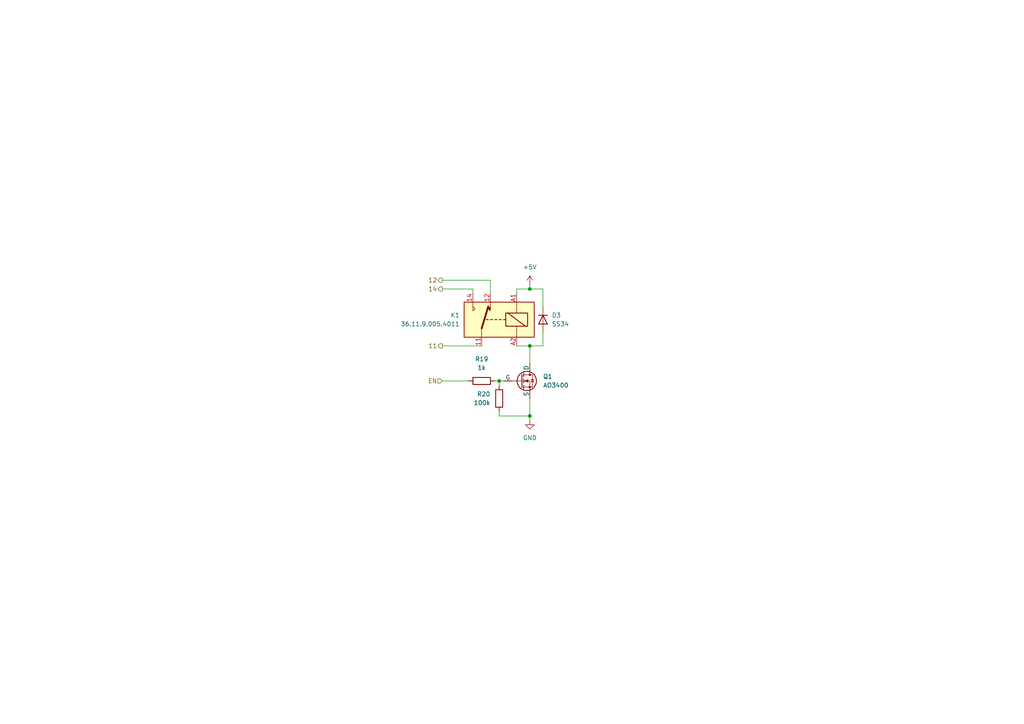
<source format=kicad_sch>
(kicad_sch
	(version 20250114)
	(generator "eeschema")
	(generator_version "9.0")
	(uuid "fbf39232-5b85-43f0-a368-a8ba9ce54685")
	(paper "A4")
	(lib_symbols
		(symbol "Device:D"
			(pin_numbers
				(hide yes)
			)
			(pin_names
				(offset 1.016)
				(hide yes)
			)
			(exclude_from_sim no)
			(in_bom yes)
			(on_board yes)
			(property "Reference" "D"
				(at 0 2.54 0)
				(effects
					(font
						(size 1.27 1.27)
					)
				)
			)
			(property "Value" "D"
				(at 0 -2.54 0)
				(effects
					(font
						(size 1.27 1.27)
					)
				)
			)
			(property "Footprint" ""
				(at 0 0 0)
				(effects
					(font
						(size 1.27 1.27)
					)
					(hide yes)
				)
			)
			(property "Datasheet" "~"
				(at 0 0 0)
				(effects
					(font
						(size 1.27 1.27)
					)
					(hide yes)
				)
			)
			(property "Description" "Diode"
				(at 0 0 0)
				(effects
					(font
						(size 1.27 1.27)
					)
					(hide yes)
				)
			)
			(property "Sim.Device" "D"
				(at 0 0 0)
				(effects
					(font
						(size 1.27 1.27)
					)
					(hide yes)
				)
			)
			(property "Sim.Pins" "1=K 2=A"
				(at 0 0 0)
				(effects
					(font
						(size 1.27 1.27)
					)
					(hide yes)
				)
			)
			(property "ki_keywords" "diode"
				(at 0 0 0)
				(effects
					(font
						(size 1.27 1.27)
					)
					(hide yes)
				)
			)
			(property "ki_fp_filters" "TO-???* *_Diode_* *SingleDiode* D_*"
				(at 0 0 0)
				(effects
					(font
						(size 1.27 1.27)
					)
					(hide yes)
				)
			)
			(symbol "D_0_1"
				(polyline
					(pts
						(xy -1.27 1.27) (xy -1.27 -1.27)
					)
					(stroke
						(width 0.254)
						(type default)
					)
					(fill
						(type none)
					)
				)
				(polyline
					(pts
						(xy 1.27 1.27) (xy 1.27 -1.27) (xy -1.27 0) (xy 1.27 1.27)
					)
					(stroke
						(width 0.254)
						(type default)
					)
					(fill
						(type none)
					)
				)
				(polyline
					(pts
						(xy 1.27 0) (xy -1.27 0)
					)
					(stroke
						(width 0)
						(type default)
					)
					(fill
						(type none)
					)
				)
			)
			(symbol "D_1_1"
				(pin passive line
					(at -3.81 0 0)
					(length 2.54)
					(name "K"
						(effects
							(font
								(size 1.27 1.27)
							)
						)
					)
					(number "1"
						(effects
							(font
								(size 1.27 1.27)
							)
						)
					)
				)
				(pin passive line
					(at 3.81 0 180)
					(length 2.54)
					(name "A"
						(effects
							(font
								(size 1.27 1.27)
							)
						)
					)
					(number "2"
						(effects
							(font
								(size 1.27 1.27)
							)
						)
					)
				)
			)
			(embedded_fonts no)
		)
		(symbol "Device:R"
			(pin_numbers
				(hide yes)
			)
			(pin_names
				(offset 0)
			)
			(exclude_from_sim no)
			(in_bom yes)
			(on_board yes)
			(property "Reference" "R"
				(at 2.032 0 90)
				(effects
					(font
						(size 1.27 1.27)
					)
				)
			)
			(property "Value" "R"
				(at 0 0 90)
				(effects
					(font
						(size 1.27 1.27)
					)
				)
			)
			(property "Footprint" ""
				(at -1.778 0 90)
				(effects
					(font
						(size 1.27 1.27)
					)
					(hide yes)
				)
			)
			(property "Datasheet" "~"
				(at 0 0 0)
				(effects
					(font
						(size 1.27 1.27)
					)
					(hide yes)
				)
			)
			(property "Description" "Resistor"
				(at 0 0 0)
				(effects
					(font
						(size 1.27 1.27)
					)
					(hide yes)
				)
			)
			(property "ki_keywords" "R res resistor"
				(at 0 0 0)
				(effects
					(font
						(size 1.27 1.27)
					)
					(hide yes)
				)
			)
			(property "ki_fp_filters" "R_*"
				(at 0 0 0)
				(effects
					(font
						(size 1.27 1.27)
					)
					(hide yes)
				)
			)
			(symbol "R_0_1"
				(rectangle
					(start -1.016 -2.54)
					(end 1.016 2.54)
					(stroke
						(width 0.254)
						(type default)
					)
					(fill
						(type none)
					)
				)
			)
			(symbol "R_1_1"
				(pin passive line
					(at 0 3.81 270)
					(length 1.27)
					(name "~"
						(effects
							(font
								(size 1.27 1.27)
							)
						)
					)
					(number "1"
						(effects
							(font
								(size 1.27 1.27)
							)
						)
					)
				)
				(pin passive line
					(at 0 -3.81 90)
					(length 1.27)
					(name "~"
						(effects
							(font
								(size 1.27 1.27)
							)
						)
					)
					(number "2"
						(effects
							(font
								(size 1.27 1.27)
							)
						)
					)
				)
			)
			(embedded_fonts no)
		)
		(symbol "Relay:Relay_SPDT"
			(exclude_from_sim no)
			(in_bom yes)
			(on_board yes)
			(property "Reference" "K"
				(at 11.43 3.81 0)
				(effects
					(font
						(size 1.27 1.27)
					)
					(justify left)
				)
			)
			(property "Value" "Relay_SPDT"
				(at 11.43 1.27 0)
				(effects
					(font
						(size 1.27 1.27)
					)
					(justify left)
				)
			)
			(property "Footprint" ""
				(at 11.43 -1.27 0)
				(effects
					(font
						(size 1.27 1.27)
					)
					(justify left)
					(hide yes)
				)
			)
			(property "Datasheet" "~"
				(at 0 0 0)
				(effects
					(font
						(size 1.27 1.27)
					)
					(hide yes)
				)
			)
			(property "Description" "Relay SPDT, monostable, EN50005"
				(at 0 0 0)
				(effects
					(font
						(size 1.27 1.27)
					)
					(hide yes)
				)
			)
			(property "ki_keywords" "1P2T 1-Form-C single pole throw"
				(at 0 0 0)
				(effects
					(font
						(size 1.27 1.27)
					)
					(hide yes)
				)
			)
			(property "ki_fp_filters" "Relay?SPDT*"
				(at 0 0 0)
				(effects
					(font
						(size 1.27 1.27)
					)
					(hide yes)
				)
			)
			(symbol "Relay_SPDT_0_0"
				(polyline
					(pts
						(xy 7.62 5.08) (xy 7.62 2.54) (xy 6.985 3.175) (xy 7.62 3.81)
					)
					(stroke
						(width 0)
						(type default)
					)
					(fill
						(type none)
					)
				)
			)
			(symbol "Relay_SPDT_0_1"
				(rectangle
					(start -10.16 5.08)
					(end 10.16 -5.08)
					(stroke
						(width 0.254)
						(type default)
					)
					(fill
						(type background)
					)
				)
				(rectangle
					(start -8.255 1.905)
					(end -1.905 -1.905)
					(stroke
						(width 0.254)
						(type default)
					)
					(fill
						(type none)
					)
				)
				(polyline
					(pts
						(xy -7.62 -1.905) (xy -2.54 1.905)
					)
					(stroke
						(width 0.254)
						(type default)
					)
					(fill
						(type none)
					)
				)
				(polyline
					(pts
						(xy -5.08 5.08) (xy -5.08 1.905)
					)
					(stroke
						(width 0)
						(type default)
					)
					(fill
						(type none)
					)
				)
				(polyline
					(pts
						(xy -5.08 -5.08) (xy -5.08 -1.905)
					)
					(stroke
						(width 0)
						(type default)
					)
					(fill
						(type none)
					)
				)
				(polyline
					(pts
						(xy -1.905 0) (xy -1.27 0)
					)
					(stroke
						(width 0.254)
						(type default)
					)
					(fill
						(type none)
					)
				)
				(polyline
					(pts
						(xy -0.635 0) (xy 0 0)
					)
					(stroke
						(width 0.254)
						(type default)
					)
					(fill
						(type none)
					)
				)
				(polyline
					(pts
						(xy 0.635 0) (xy 1.27 0)
					)
					(stroke
						(width 0.254)
						(type default)
					)
					(fill
						(type none)
					)
				)
				(polyline
					(pts
						(xy 1.905 0) (xy 2.54 0)
					)
					(stroke
						(width 0.254)
						(type default)
					)
					(fill
						(type none)
					)
				)
				(polyline
					(pts
						(xy 2.54 5.08) (xy 2.54 2.54) (xy 3.175 3.175) (xy 2.54 3.81)
					)
					(stroke
						(width 0)
						(type default)
					)
					(fill
						(type outline)
					)
				)
				(polyline
					(pts
						(xy 3.175 0) (xy 3.81 0)
					)
					(stroke
						(width 0.254)
						(type default)
					)
					(fill
						(type none)
					)
				)
				(polyline
					(pts
						(xy 5.08 -2.54) (xy 3.175 3.81)
					)
					(stroke
						(width 0.508)
						(type default)
					)
					(fill
						(type none)
					)
				)
				(polyline
					(pts
						(xy 5.08 -2.54) (xy 5.08 -5.08)
					)
					(stroke
						(width 0)
						(type default)
					)
					(fill
						(type none)
					)
				)
			)
			(symbol "Relay_SPDT_1_1"
				(pin passive line
					(at -5.08 7.62 270)
					(length 2.54)
					(name "~"
						(effects
							(font
								(size 1.27 1.27)
							)
						)
					)
					(number "A1"
						(effects
							(font
								(size 1.27 1.27)
							)
						)
					)
				)
				(pin passive line
					(at -5.08 -7.62 90)
					(length 2.54)
					(name "~"
						(effects
							(font
								(size 1.27 1.27)
							)
						)
					)
					(number "A2"
						(effects
							(font
								(size 1.27 1.27)
							)
						)
					)
				)
				(pin passive line
					(at 2.54 7.62 270)
					(length 2.54)
					(name "~"
						(effects
							(font
								(size 1.27 1.27)
							)
						)
					)
					(number "12"
						(effects
							(font
								(size 1.27 1.27)
							)
						)
					)
				)
				(pin passive line
					(at 5.08 -7.62 90)
					(length 2.54)
					(name "~"
						(effects
							(font
								(size 1.27 1.27)
							)
						)
					)
					(number "11"
						(effects
							(font
								(size 1.27 1.27)
							)
						)
					)
				)
				(pin passive line
					(at 7.62 7.62 270)
					(length 2.54)
					(name "~"
						(effects
							(font
								(size 1.27 1.27)
							)
						)
					)
					(number "14"
						(effects
							(font
								(size 1.27 1.27)
							)
						)
					)
				)
			)
			(embedded_fonts no)
		)
		(symbol "Simulation_SPICE:NMOS"
			(pin_numbers
				(hide yes)
			)
			(pin_names
				(offset 0)
			)
			(exclude_from_sim no)
			(in_bom yes)
			(on_board yes)
			(property "Reference" "Q"
				(at 5.08 1.27 0)
				(effects
					(font
						(size 1.27 1.27)
					)
					(justify left)
				)
			)
			(property "Value" "NMOS"
				(at 5.08 -1.27 0)
				(effects
					(font
						(size 1.27 1.27)
					)
					(justify left)
				)
			)
			(property "Footprint" ""
				(at 5.08 2.54 0)
				(effects
					(font
						(size 1.27 1.27)
					)
					(hide yes)
				)
			)
			(property "Datasheet" "https://ngspice.sourceforge.io/docs/ngspice-html-manual/manual.xhtml#cha_MOSFETs"
				(at 0 -12.7 0)
				(effects
					(font
						(size 1.27 1.27)
					)
					(hide yes)
				)
			)
			(property "Description" "N-MOSFET transistor, drain/source/gate"
				(at 0 0 0)
				(effects
					(font
						(size 1.27 1.27)
					)
					(hide yes)
				)
			)
			(property "Sim.Device" "NMOS"
				(at 0 -17.145 0)
				(effects
					(font
						(size 1.27 1.27)
					)
					(hide yes)
				)
			)
			(property "Sim.Type" "VDMOS"
				(at 0 -19.05 0)
				(effects
					(font
						(size 1.27 1.27)
					)
					(hide yes)
				)
			)
			(property "Sim.Pins" "1=D 2=G 3=S"
				(at 0 -15.24 0)
				(effects
					(font
						(size 1.27 1.27)
					)
					(hide yes)
				)
			)
			(property "ki_keywords" "transistor NMOS N-MOS N-MOSFET simulation"
				(at 0 0 0)
				(effects
					(font
						(size 1.27 1.27)
					)
					(hide yes)
				)
			)
			(symbol "NMOS_0_1"
				(polyline
					(pts
						(xy 0.254 1.905) (xy 0.254 -1.905)
					)
					(stroke
						(width 0.254)
						(type default)
					)
					(fill
						(type none)
					)
				)
				(polyline
					(pts
						(xy 0.254 0) (xy -2.54 0)
					)
					(stroke
						(width 0)
						(type default)
					)
					(fill
						(type none)
					)
				)
				(polyline
					(pts
						(xy 0.762 2.286) (xy 0.762 1.27)
					)
					(stroke
						(width 0.254)
						(type default)
					)
					(fill
						(type none)
					)
				)
				(polyline
					(pts
						(xy 0.762 0.508) (xy 0.762 -0.508)
					)
					(stroke
						(width 0.254)
						(type default)
					)
					(fill
						(type none)
					)
				)
				(polyline
					(pts
						(xy 0.762 -1.27) (xy 0.762 -2.286)
					)
					(stroke
						(width 0.254)
						(type default)
					)
					(fill
						(type none)
					)
				)
				(polyline
					(pts
						(xy 0.762 -1.778) (xy 3.302 -1.778) (xy 3.302 1.778) (xy 0.762 1.778)
					)
					(stroke
						(width 0)
						(type default)
					)
					(fill
						(type none)
					)
				)
				(polyline
					(pts
						(xy 1.016 0) (xy 2.032 0.381) (xy 2.032 -0.381) (xy 1.016 0)
					)
					(stroke
						(width 0)
						(type default)
					)
					(fill
						(type outline)
					)
				)
				(circle
					(center 1.651 0)
					(radius 2.794)
					(stroke
						(width 0.254)
						(type default)
					)
					(fill
						(type none)
					)
				)
				(polyline
					(pts
						(xy 2.54 2.54) (xy 2.54 1.778)
					)
					(stroke
						(width 0)
						(type default)
					)
					(fill
						(type none)
					)
				)
				(circle
					(center 2.54 1.778)
					(radius 0.254)
					(stroke
						(width 0)
						(type default)
					)
					(fill
						(type outline)
					)
				)
				(circle
					(center 2.54 -1.778)
					(radius 0.254)
					(stroke
						(width 0)
						(type default)
					)
					(fill
						(type outline)
					)
				)
				(polyline
					(pts
						(xy 2.54 -2.54) (xy 2.54 0) (xy 0.762 0)
					)
					(stroke
						(width 0)
						(type default)
					)
					(fill
						(type none)
					)
				)
				(polyline
					(pts
						(xy 2.794 0.508) (xy 2.921 0.381) (xy 3.683 0.381) (xy 3.81 0.254)
					)
					(stroke
						(width 0)
						(type default)
					)
					(fill
						(type none)
					)
				)
				(polyline
					(pts
						(xy 3.302 0.381) (xy 2.921 -0.254) (xy 3.683 -0.254) (xy 3.302 0.381)
					)
					(stroke
						(width 0)
						(type default)
					)
					(fill
						(type none)
					)
				)
			)
			(symbol "NMOS_1_1"
				(pin input line
					(at -5.08 0 0)
					(length 2.54)
					(name "G"
						(effects
							(font
								(size 1.27 1.27)
							)
						)
					)
					(number "2"
						(effects
							(font
								(size 1.27 1.27)
							)
						)
					)
				)
				(pin passive line
					(at 2.54 5.08 270)
					(length 2.54)
					(name "D"
						(effects
							(font
								(size 1.27 1.27)
							)
						)
					)
					(number "1"
						(effects
							(font
								(size 1.27 1.27)
							)
						)
					)
				)
				(pin passive line
					(at 2.54 -5.08 90)
					(length 2.54)
					(name "S"
						(effects
							(font
								(size 1.27 1.27)
							)
						)
					)
					(number "3"
						(effects
							(font
								(size 1.27 1.27)
							)
						)
					)
				)
			)
			(embedded_fonts no)
		)
		(symbol "power:+5V"
			(power)
			(pin_numbers
				(hide yes)
			)
			(pin_names
				(offset 0)
				(hide yes)
			)
			(exclude_from_sim no)
			(in_bom yes)
			(on_board yes)
			(property "Reference" "#PWR"
				(at 0 -3.81 0)
				(effects
					(font
						(size 1.27 1.27)
					)
					(hide yes)
				)
			)
			(property "Value" "+5V"
				(at 0 3.556 0)
				(effects
					(font
						(size 1.27 1.27)
					)
				)
			)
			(property "Footprint" ""
				(at 0 0 0)
				(effects
					(font
						(size 1.27 1.27)
					)
					(hide yes)
				)
			)
			(property "Datasheet" ""
				(at 0 0 0)
				(effects
					(font
						(size 1.27 1.27)
					)
					(hide yes)
				)
			)
			(property "Description" "Power symbol creates a global label with name \"+5V\""
				(at 0 0 0)
				(effects
					(font
						(size 1.27 1.27)
					)
					(hide yes)
				)
			)
			(property "ki_keywords" "global power"
				(at 0 0 0)
				(effects
					(font
						(size 1.27 1.27)
					)
					(hide yes)
				)
			)
			(symbol "+5V_0_1"
				(polyline
					(pts
						(xy -0.762 1.27) (xy 0 2.54)
					)
					(stroke
						(width 0)
						(type default)
					)
					(fill
						(type none)
					)
				)
				(polyline
					(pts
						(xy 0 2.54) (xy 0.762 1.27)
					)
					(stroke
						(width 0)
						(type default)
					)
					(fill
						(type none)
					)
				)
				(polyline
					(pts
						(xy 0 0) (xy 0 2.54)
					)
					(stroke
						(width 0)
						(type default)
					)
					(fill
						(type none)
					)
				)
			)
			(symbol "+5V_1_1"
				(pin power_in line
					(at 0 0 90)
					(length 0)
					(name "~"
						(effects
							(font
								(size 1.27 1.27)
							)
						)
					)
					(number "1"
						(effects
							(font
								(size 1.27 1.27)
							)
						)
					)
				)
			)
			(embedded_fonts no)
		)
		(symbol "power:GND"
			(power)
			(pin_numbers
				(hide yes)
			)
			(pin_names
				(offset 0)
				(hide yes)
			)
			(exclude_from_sim no)
			(in_bom yes)
			(on_board yes)
			(property "Reference" "#PWR"
				(at 0 -6.35 0)
				(effects
					(font
						(size 1.27 1.27)
					)
					(hide yes)
				)
			)
			(property "Value" "GND"
				(at 0 -3.81 0)
				(effects
					(font
						(size 1.27 1.27)
					)
				)
			)
			(property "Footprint" ""
				(at 0 0 0)
				(effects
					(font
						(size 1.27 1.27)
					)
					(hide yes)
				)
			)
			(property "Datasheet" ""
				(at 0 0 0)
				(effects
					(font
						(size 1.27 1.27)
					)
					(hide yes)
				)
			)
			(property "Description" "Power symbol creates a global label with name \"GND\" , ground"
				(at 0 0 0)
				(effects
					(font
						(size 1.27 1.27)
					)
					(hide yes)
				)
			)
			(property "ki_keywords" "global power"
				(at 0 0 0)
				(effects
					(font
						(size 1.27 1.27)
					)
					(hide yes)
				)
			)
			(symbol "GND_0_1"
				(polyline
					(pts
						(xy 0 0) (xy 0 -1.27) (xy 1.27 -1.27) (xy 0 -2.54) (xy -1.27 -1.27) (xy 0 -1.27)
					)
					(stroke
						(width 0)
						(type default)
					)
					(fill
						(type none)
					)
				)
			)
			(symbol "GND_1_1"
				(pin power_in line
					(at 0 0 270)
					(length 0)
					(name "~"
						(effects
							(font
								(size 1.27 1.27)
							)
						)
					)
					(number "1"
						(effects
							(font
								(size 1.27 1.27)
							)
						)
					)
				)
			)
			(embedded_fonts no)
		)
	)
	(junction
		(at 153.67 83.82)
		(diameter 0)
		(color 0 0 0 0)
		(uuid "99dafe18-a60b-4b20-8e3c-5a37ececf3d8")
	)
	(junction
		(at 153.67 120.65)
		(diameter 0)
		(color 0 0 0 0)
		(uuid "c0fe967e-ac4f-4ed2-b5ff-c07b495c0c9a")
	)
	(junction
		(at 144.78 110.49)
		(diameter 0)
		(color 0 0 0 0)
		(uuid "c18b0ed6-ebd3-406f-a63e-e4d8b96a8da0")
	)
	(junction
		(at 153.67 100.33)
		(diameter 0)
		(color 0 0 0 0)
		(uuid "fb1f6b56-56ed-4350-8547-6a3249613ae5")
	)
	(wire
		(pts
			(xy 153.67 115.57) (xy 153.67 120.65)
		)
		(stroke
			(width 0)
			(type default)
		)
		(uuid "00fb60ca-5556-47e4-b008-3a4c63b7a2ef")
	)
	(wire
		(pts
			(xy 153.67 83.82) (xy 157.48 83.82)
		)
		(stroke
			(width 0)
			(type default)
		)
		(uuid "0778ee40-0810-44dc-a7cb-53402822a87e")
	)
	(wire
		(pts
			(xy 153.67 120.65) (xy 153.67 121.92)
		)
		(stroke
			(width 0)
			(type default)
		)
		(uuid "0dfd5319-7e24-4325-b3c9-5717da54c555")
	)
	(wire
		(pts
			(xy 157.48 83.82) (xy 157.48 88.9)
		)
		(stroke
			(width 0)
			(type default)
		)
		(uuid "14b71951-1401-4e69-9991-13643073e0c3")
	)
	(wire
		(pts
			(xy 149.86 83.82) (xy 153.67 83.82)
		)
		(stroke
			(width 0)
			(type default)
		)
		(uuid "2fe38097-1aea-4942-a074-9a30b9e910ac")
	)
	(wire
		(pts
			(xy 128.27 110.49) (xy 135.89 110.49)
		)
		(stroke
			(width 0)
			(type default)
		)
		(uuid "474969f1-2431-4a69-9107-64618fbcc3c1")
	)
	(wire
		(pts
			(xy 144.78 119.38) (xy 144.78 120.65)
		)
		(stroke
			(width 0)
			(type default)
		)
		(uuid "5017802b-2352-42e3-ac0a-cf272a2da96d")
	)
	(wire
		(pts
			(xy 149.86 100.33) (xy 153.67 100.33)
		)
		(stroke
			(width 0)
			(type default)
		)
		(uuid "54e3e91c-06d0-4bf0-8787-cbc38f1cd38e")
	)
	(wire
		(pts
			(xy 149.86 85.09) (xy 149.86 83.82)
		)
		(stroke
			(width 0)
			(type default)
		)
		(uuid "5b6ac908-0b94-4de0-879f-8e44a5044826")
	)
	(wire
		(pts
			(xy 144.78 110.49) (xy 146.05 110.49)
		)
		(stroke
			(width 0)
			(type default)
		)
		(uuid "8192bba7-2f78-4090-8759-4ade00b8ca51")
	)
	(wire
		(pts
			(xy 137.16 83.82) (xy 128.27 83.82)
		)
		(stroke
			(width 0)
			(type default)
		)
		(uuid "8e5027c1-8809-4d56-8109-10238cbf8f0c")
	)
	(wire
		(pts
			(xy 144.78 110.49) (xy 144.78 111.76)
		)
		(stroke
			(width 0)
			(type default)
		)
		(uuid "908c1828-95af-423b-9731-c03eef52cd23")
	)
	(wire
		(pts
			(xy 144.78 120.65) (xy 153.67 120.65)
		)
		(stroke
			(width 0)
			(type default)
		)
		(uuid "984b38bd-9186-4a74-89a3-73e26b58ee0b")
	)
	(wire
		(pts
			(xy 157.48 100.33) (xy 157.48 96.52)
		)
		(stroke
			(width 0)
			(type default)
		)
		(uuid "a1dfb191-4692-48a7-b300-000186296998")
	)
	(wire
		(pts
			(xy 137.16 85.09) (xy 137.16 83.82)
		)
		(stroke
			(width 0)
			(type default)
		)
		(uuid "b1eb0dce-1ca6-4ee0-9267-d530acdd469e")
	)
	(wire
		(pts
			(xy 143.51 110.49) (xy 144.78 110.49)
		)
		(stroke
			(width 0)
			(type default)
		)
		(uuid "b968a5a7-e23a-4190-8ee3-eedf51f8fbb4")
	)
	(wire
		(pts
			(xy 153.67 100.33) (xy 153.67 105.41)
		)
		(stroke
			(width 0)
			(type default)
		)
		(uuid "ba9f4d39-501b-4c8d-b3ed-449ca3a52477")
	)
	(wire
		(pts
			(xy 142.24 85.09) (xy 142.24 81.28)
		)
		(stroke
			(width 0)
			(type default)
		)
		(uuid "bfc1149c-884f-4977-8e95-e6b46ed2e1f1")
	)
	(wire
		(pts
			(xy 153.67 100.33) (xy 157.48 100.33)
		)
		(stroke
			(width 0)
			(type default)
		)
		(uuid "c36c8696-2742-49cd-b6d2-9a8ed6d27566")
	)
	(wire
		(pts
			(xy 139.7 100.33) (xy 128.27 100.33)
		)
		(stroke
			(width 0)
			(type default)
		)
		(uuid "e0aed7e5-3e25-473c-bce0-01bdfc2375ea")
	)
	(wire
		(pts
			(xy 142.24 81.28) (xy 128.27 81.28)
		)
		(stroke
			(width 0)
			(type default)
		)
		(uuid "e318c512-7788-46d2-875e-e14f998d2319")
	)
	(wire
		(pts
			(xy 153.67 82.55) (xy 153.67 83.82)
		)
		(stroke
			(width 0)
			(type default)
		)
		(uuid "e49dbc81-54b5-4ad4-ba24-9dd74abf48e5")
	)
	(hierarchical_label "11"
		(shape output)
		(at 128.27 100.33 180)
		(effects
			(font
				(size 1.27 1.27)
			)
			(justify right)
		)
		(uuid "30c30218-4af9-4bda-8f45-4f679f1d36b7")
	)
	(hierarchical_label "12"
		(shape output)
		(at 128.27 81.28 180)
		(effects
			(font
				(size 1.27 1.27)
			)
			(justify right)
		)
		(uuid "448aec93-0df9-45ca-b698-24443635bb5b")
	)
	(hierarchical_label "14"
		(shape output)
		(at 128.27 83.82 180)
		(effects
			(font
				(size 1.27 1.27)
			)
			(justify right)
		)
		(uuid "97c9f5b9-9cc4-4a3c-bca6-0676f19da718")
	)
	(hierarchical_label "EN"
		(shape input)
		(at 128.27 110.49 180)
		(effects
			(font
				(size 1.27 1.27)
			)
			(justify right)
		)
		(uuid "d6619f7c-2a30-4324-80f0-905bdad9dbef")
	)
	(symbol
		(lib_id "Simulation_SPICE:NMOS")
		(at 151.13 110.49 0)
		(unit 1)
		(exclude_from_sim no)
		(in_bom yes)
		(on_board yes)
		(dnp no)
		(fields_autoplaced yes)
		(uuid "3e62f9c0-e228-40e7-8bfe-79a69e62fe6b")
		(property "Reference" "Q1"
			(at 157.48 109.2199 0)
			(effects
				(font
					(size 1.27 1.27)
				)
				(justify left)
			)
		)
		(property "Value" "AO3400"
			(at 157.48 111.7599 0)
			(effects
				(font
					(size 1.27 1.27)
				)
				(justify left)
			)
		)
		(property "Footprint" "Package_TO_SOT_SMD:SOT-23_Handsoldering"
			(at 156.21 107.95 0)
			(effects
				(font
					(size 1.27 1.27)
				)
				(hide yes)
			)
		)
		(property "Datasheet" "https://ngspice.sourceforge.io/docs/ngspice-html-manual/manual.xhtml#cha_MOSFETs"
			(at 151.13 123.19 0)
			(effects
				(font
					(size 1.27 1.27)
				)
				(hide yes)
			)
		)
		(property "Description" "N-MOSFET transistor, drain/source/gate"
			(at 151.13 110.49 0)
			(effects
				(font
					(size 1.27 1.27)
				)
				(hide yes)
			)
		)
		(property "Sim.Device" "NMOS"
			(at 151.13 127.635 0)
			(effects
				(font
					(size 1.27 1.27)
				)
				(hide yes)
			)
		)
		(property "Sim.Type" "VDMOS"
			(at 151.13 129.54 0)
			(effects
				(font
					(size 1.27 1.27)
				)
				(hide yes)
			)
		)
		(property "Sim.Pins" "1=D 2=G 3=S"
			(at 151.13 125.73 0)
			(effects
				(font
					(size 1.27 1.27)
				)
				(hide yes)
			)
		)
		(pin "3"
			(uuid "0de5af22-23e9-4ca6-877d-01cce73156a1")
		)
		(pin "2"
			(uuid "60f366dc-d23f-40cf-af0a-bc76548b15db")
		)
		(pin "1"
			(uuid "462527ad-eb92-4495-9ab4-418c1a746803")
		)
		(instances
			(project "esp32s3-rail"
				(path "/43c3dd73-0dcc-48c9-a061-d039af0cb18f/0d2b1bd5-c022-4ed2-8a2f-3d2e0a748522"
					(reference "Q1")
					(unit 1)
				)
				(path "/43c3dd73-0dcc-48c9-a061-d039af0cb18f/e67ace37-80ab-4353-9fe2-0a12de7a753d"
					(reference "Q2")
					(unit 1)
				)
			)
		)
	)
	(symbol
		(lib_id "Device:R")
		(at 139.7 110.49 90)
		(unit 1)
		(exclude_from_sim no)
		(in_bom yes)
		(on_board yes)
		(dnp no)
		(fields_autoplaced yes)
		(uuid "632f04a6-cdbe-4ea1-afb3-12e175e8c134")
		(property "Reference" "R19"
			(at 139.7 104.14 90)
			(effects
				(font
					(size 1.27 1.27)
				)
			)
		)
		(property "Value" "1k"
			(at 139.7 106.68 90)
			(effects
				(font
					(size 1.27 1.27)
				)
			)
		)
		(property "Footprint" "Resistor_SMD:R_0603_1608Metric_Pad0.98x0.95mm_HandSolder"
			(at 139.7 112.268 90)
			(effects
				(font
					(size 1.27 1.27)
				)
				(hide yes)
			)
		)
		(property "Datasheet" "~"
			(at 139.7 110.49 0)
			(effects
				(font
					(size 1.27 1.27)
				)
				(hide yes)
			)
		)
		(property "Description" "Resistor"
			(at 139.7 110.49 0)
			(effects
				(font
					(size 1.27 1.27)
				)
				(hide yes)
			)
		)
		(pin "2"
			(uuid "6943989e-c22b-4da9-8b2a-f5566433caa8")
		)
		(pin "1"
			(uuid "fe67d0b3-21dd-486e-a08f-5ab31abe2124")
		)
		(instances
			(project "esp32s3-rail"
				(path "/43c3dd73-0dcc-48c9-a061-d039af0cb18f/0d2b1bd5-c022-4ed2-8a2f-3d2e0a748522"
					(reference "R19")
					(unit 1)
				)
				(path "/43c3dd73-0dcc-48c9-a061-d039af0cb18f/e67ace37-80ab-4353-9fe2-0a12de7a753d"
					(reference "R27")
					(unit 1)
				)
			)
		)
	)
	(symbol
		(lib_id "Relay:Relay_SPDT")
		(at 144.78 92.71 0)
		(mirror y)
		(unit 1)
		(exclude_from_sim no)
		(in_bom yes)
		(on_board yes)
		(dnp no)
		(uuid "745aafed-b377-41a6-8a16-4e22eb00e536")
		(property "Reference" "K1"
			(at 133.35 91.4399 0)
			(effects
				(font
					(size 1.27 1.27)
				)
				(justify left)
			)
		)
		(property "Value" "36.11.9.005.4011"
			(at 133.35 93.9799 0)
			(effects
				(font
					(size 1.27 1.27)
				)
				(justify left)
			)
		)
		(property "Footprint" "Relay_THT:Relay_SPDT_Finder_36.11"
			(at 133.35 93.98 0)
			(effects
				(font
					(size 1.27 1.27)
				)
				(justify left)
				(hide yes)
			)
		)
		(property "Datasheet" "~"
			(at 144.78 92.71 0)
			(effects
				(font
					(size 1.27 1.27)
				)
				(hide yes)
			)
		)
		(property "Description" "Relay SPDT, monostable, EN50005"
			(at 144.78 92.71 0)
			(effects
				(font
					(size 1.27 1.27)
				)
				(hide yes)
			)
		)
		(pin "A1"
			(uuid "8501b679-2029-4f33-ad47-261e2467c89a")
		)
		(pin "14"
			(uuid "9c4a7d2f-b144-40da-b876-84a559d527aa")
		)
		(pin "12"
			(uuid "ddc08ead-9935-4be3-9091-1f980bb9931f")
		)
		(pin "11"
			(uuid "b318655d-afbb-4366-a707-07029b210f79")
		)
		(pin "A2"
			(uuid "4d14ae47-1a13-47ed-a2c5-15c9cff9b21e")
		)
		(instances
			(project "esp32s3-rail"
				(path "/43c3dd73-0dcc-48c9-a061-d039af0cb18f/0d2b1bd5-c022-4ed2-8a2f-3d2e0a748522"
					(reference "K1")
					(unit 1)
				)
				(path "/43c3dd73-0dcc-48c9-a061-d039af0cb18f/e67ace37-80ab-4353-9fe2-0a12de7a753d"
					(reference "K2")
					(unit 1)
				)
			)
		)
	)
	(symbol
		(lib_id "power:+5V")
		(at 153.67 82.55 0)
		(unit 1)
		(exclude_from_sim no)
		(in_bom yes)
		(on_board yes)
		(dnp no)
		(fields_autoplaced yes)
		(uuid "99b937c7-44d8-4822-b44f-3ece59909c22")
		(property "Reference" "#PWR054"
			(at 153.67 86.36 0)
			(effects
				(font
					(size 1.27 1.27)
				)
				(hide yes)
			)
		)
		(property "Value" "+5V"
			(at 153.67 77.47 0)
			(effects
				(font
					(size 1.27 1.27)
				)
			)
		)
		(property "Footprint" ""
			(at 153.67 82.55 0)
			(effects
				(font
					(size 1.27 1.27)
				)
				(hide yes)
			)
		)
		(property "Datasheet" ""
			(at 153.67 82.55 0)
			(effects
				(font
					(size 1.27 1.27)
				)
				(hide yes)
			)
		)
		(property "Description" "Power symbol creates a global label with name \"+5V\""
			(at 153.67 82.55 0)
			(effects
				(font
					(size 1.27 1.27)
				)
				(hide yes)
			)
		)
		(pin "1"
			(uuid "7915210c-11b1-491b-a792-5a7fa9952854")
		)
		(instances
			(project "esp32s3-rail"
				(path "/43c3dd73-0dcc-48c9-a061-d039af0cb18f/0d2b1bd5-c022-4ed2-8a2f-3d2e0a748522"
					(reference "#PWR054")
					(unit 1)
				)
				(path "/43c3dd73-0dcc-48c9-a061-d039af0cb18f/e67ace37-80ab-4353-9fe2-0a12de7a753d"
					(reference "#PWR062")
					(unit 1)
				)
			)
		)
	)
	(symbol
		(lib_id "Device:R")
		(at 144.78 115.57 180)
		(unit 1)
		(exclude_from_sim no)
		(in_bom yes)
		(on_board yes)
		(dnp no)
		(fields_autoplaced yes)
		(uuid "e6761b9d-6ddc-48c2-b56d-9139ff8522a0")
		(property "Reference" "R20"
			(at 142.24 114.2999 0)
			(effects
				(font
					(size 1.27 1.27)
				)
				(justify left)
			)
		)
		(property "Value" "100k"
			(at 142.24 116.8399 0)
			(effects
				(font
					(size 1.27 1.27)
				)
				(justify left)
			)
		)
		(property "Footprint" "Resistor_SMD:R_0603_1608Metric_Pad0.98x0.95mm_HandSolder"
			(at 146.558 115.57 90)
			(effects
				(font
					(size 1.27 1.27)
				)
				(hide yes)
			)
		)
		(property "Datasheet" "~"
			(at 144.78 115.57 0)
			(effects
				(font
					(size 1.27 1.27)
				)
				(hide yes)
			)
		)
		(property "Description" "Resistor"
			(at 144.78 115.57 0)
			(effects
				(font
					(size 1.27 1.27)
				)
				(hide yes)
			)
		)
		(pin "2"
			(uuid "747d5f7a-a213-4d75-8ad8-53222903e17c")
		)
		(pin "1"
			(uuid "c612caf1-4a27-4841-baf8-9e8871cab891")
		)
		(instances
			(project "esp32s3-rail"
				(path "/43c3dd73-0dcc-48c9-a061-d039af0cb18f/0d2b1bd5-c022-4ed2-8a2f-3d2e0a748522"
					(reference "R20")
					(unit 1)
				)
				(path "/43c3dd73-0dcc-48c9-a061-d039af0cb18f/e67ace37-80ab-4353-9fe2-0a12de7a753d"
					(reference "R28")
					(unit 1)
				)
			)
		)
	)
	(symbol
		(lib_id "power:GND")
		(at 153.67 121.92 0)
		(unit 1)
		(exclude_from_sim no)
		(in_bom yes)
		(on_board yes)
		(dnp no)
		(fields_autoplaced yes)
		(uuid "e9f49dde-9732-4466-932a-ce35b12529d4")
		(property "Reference" "#PWR055"
			(at 153.67 128.27 0)
			(effects
				(font
					(size 1.27 1.27)
				)
				(hide yes)
			)
		)
		(property "Value" "GND"
			(at 153.67 127 0)
			(effects
				(font
					(size 1.27 1.27)
				)
			)
		)
		(property "Footprint" ""
			(at 153.67 121.92 0)
			(effects
				(font
					(size 1.27 1.27)
				)
				(hide yes)
			)
		)
		(property "Datasheet" ""
			(at 153.67 121.92 0)
			(effects
				(font
					(size 1.27 1.27)
				)
				(hide yes)
			)
		)
		(property "Description" "Power symbol creates a global label with name \"GND\" , ground"
			(at 153.67 121.92 0)
			(effects
				(font
					(size 1.27 1.27)
				)
				(hide yes)
			)
		)
		(pin "1"
			(uuid "c6791db8-2952-4d35-9b19-0589c692f3a8")
		)
		(instances
			(project "esp32s3-rail"
				(path "/43c3dd73-0dcc-48c9-a061-d039af0cb18f/0d2b1bd5-c022-4ed2-8a2f-3d2e0a748522"
					(reference "#PWR055")
					(unit 1)
				)
				(path "/43c3dd73-0dcc-48c9-a061-d039af0cb18f/e67ace37-80ab-4353-9fe2-0a12de7a753d"
					(reference "#PWR063")
					(unit 1)
				)
			)
		)
	)
	(symbol
		(lib_id "Device:D")
		(at 157.48 92.71 270)
		(unit 1)
		(exclude_from_sim no)
		(in_bom yes)
		(on_board yes)
		(dnp no)
		(fields_autoplaced yes)
		(uuid "f98d1c29-5dd3-4906-92c0-705a40a545a0")
		(property "Reference" "D3"
			(at 160.02 91.4399 90)
			(effects
				(font
					(size 1.27 1.27)
				)
				(justify left)
			)
		)
		(property "Value" "SS34"
			(at 160.02 93.9799 90)
			(effects
				(font
					(size 1.27 1.27)
				)
				(justify left)
			)
		)
		(property "Footprint" "Diode_SMD:D_SOD-123"
			(at 157.48 92.71 0)
			(effects
				(font
					(size 1.27 1.27)
				)
				(hide yes)
			)
		)
		(property "Datasheet" "~"
			(at 157.48 92.71 0)
			(effects
				(font
					(size 1.27 1.27)
				)
				(hide yes)
			)
		)
		(property "Description" "Diode"
			(at 157.48 92.71 0)
			(effects
				(font
					(size 1.27 1.27)
				)
				(hide yes)
			)
		)
		(property "Sim.Device" "D"
			(at 157.48 92.71 0)
			(effects
				(font
					(size 1.27 1.27)
				)
				(hide yes)
			)
		)
		(property "Sim.Pins" "1=K 2=A"
			(at 157.48 92.71 0)
			(effects
				(font
					(size 1.27 1.27)
				)
				(hide yes)
			)
		)
		(pin "2"
			(uuid "51ec1ea2-c380-4766-99ef-94957e15759d")
		)
		(pin "1"
			(uuid "0ce0bfc8-0985-46cc-b551-cbadd847b1ac")
		)
		(instances
			(project "esp32s3-rail"
				(path "/43c3dd73-0dcc-48c9-a061-d039af0cb18f/0d2b1bd5-c022-4ed2-8a2f-3d2e0a748522"
					(reference "D3")
					(unit 1)
				)
				(path "/43c3dd73-0dcc-48c9-a061-d039af0cb18f/e67ace37-80ab-4353-9fe2-0a12de7a753d"
					(reference "D6")
					(unit 1)
				)
			)
		)
	)
)

</source>
